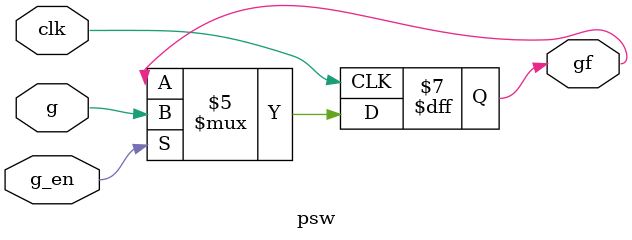
<source format=v>
module psw(clk, g, g_en, gf);
	input clk, g, g_en;
	output reg gf=1'b0;
always @ (negedge clk)
begin
	if(g_en==1'b1)
	begin
		gf=g;
	end
end
endmodule
</source>
